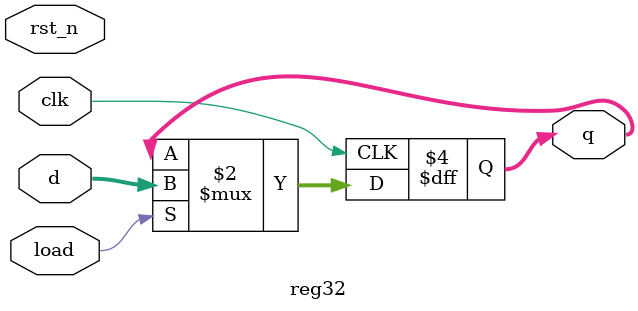
<source format=sv>
module reg32(
input logic clk, rst_n, load,
input logic [31:0]d,
output logic [31:0]q
);

always@(posedge clk) begin
/*if(!rst_n)
	q <= 32'd0;
else*/ if(load)
	q <= d;
end

endmodule 
</source>
